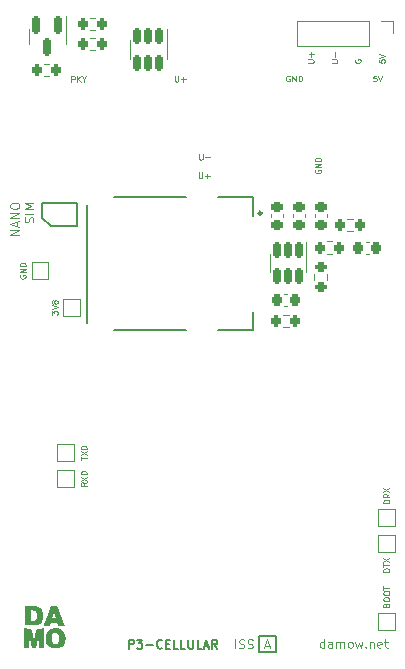
<source format=gbr>
%TF.GenerationSoftware,KiCad,Pcbnew,(6.0.2-0)*%
%TF.CreationDate,2022-10-29T16:02:38+01:00*%
%TF.ProjectId,p3-cellular-module,70332d63-656c-46c7-956c-61722d6d6f64,rev?*%
%TF.SameCoordinates,Original*%
%TF.FileFunction,Legend,Top*%
%TF.FilePolarity,Positive*%
%FSLAX46Y46*%
G04 Gerber Fmt 4.6, Leading zero omitted, Abs format (unit mm)*
G04 Created by KiCad (PCBNEW (6.0.2-0)) date 2022-10-29 16:02:38*
%MOMM*%
%LPD*%
G01*
G04 APERTURE LIST*
G04 Aperture macros list*
%AMRoundRect*
0 Rectangle with rounded corners*
0 $1 Rounding radius*
0 $2 $3 $4 $5 $6 $7 $8 $9 X,Y pos of 4 corners*
0 Add a 4 corners polygon primitive as box body*
4,1,4,$2,$3,$4,$5,$6,$7,$8,$9,$2,$3,0*
0 Add four circle primitives for the rounded corners*
1,1,$1+$1,$2,$3*
1,1,$1+$1,$4,$5*
1,1,$1+$1,$6,$7*
1,1,$1+$1,$8,$9*
0 Add four rect primitives between the rounded corners*
20,1,$1+$1,$2,$3,$4,$5,0*
20,1,$1+$1,$4,$5,$6,$7,0*
20,1,$1+$1,$6,$7,$8,$9,0*
20,1,$1+$1,$8,$9,$2,$3,0*%
G04 Aperture macros list end*
%ADD10C,0.150000*%
%ADD11C,0.125000*%
%ADD12C,0.120000*%
%ADD13C,0.187500*%
%ADD14C,0.200000*%
%ADD15C,0.240000*%
%ADD16C,0.000000*%
%ADD17RoundRect,0.200000X0.200000X0.275000X-0.200000X0.275000X-0.200000X-0.275000X0.200000X-0.275000X0*%
%ADD18RoundRect,0.200000X-0.275000X0.200000X-0.275000X-0.200000X0.275000X-0.200000X0.275000X0.200000X0*%
%ADD19R,1.200000X0.900000*%
%ADD20R,1.800000X1.300000*%
%ADD21C,3.800000*%
%ADD22R,1.000000X1.000000*%
%ADD23RoundRect,0.225000X0.250000X-0.225000X0.250000X0.225000X-0.250000X0.225000X-0.250000X-0.225000X0*%
%ADD24RoundRect,0.225000X-0.225000X-0.250000X0.225000X-0.250000X0.225000X0.250000X-0.225000X0.250000X0*%
%ADD25RoundRect,0.150000X-0.150000X0.512500X-0.150000X-0.512500X0.150000X-0.512500X0.150000X0.512500X0*%
%ADD26RoundRect,0.200000X-0.200000X-0.275000X0.200000X-0.275000X0.200000X0.275000X-0.200000X0.275000X0*%
%ADD27R,1.350000X1.350000*%
%ADD28O,1.350000X1.350000*%
%ADD29RoundRect,0.150000X-0.150000X0.587500X-0.150000X-0.587500X0.150000X-0.587500X0.150000X0.587500X0*%
G04 APERTURE END LIST*
D10*
X134200000Y-107750000D02*
X134200000Y-105850000D01*
X149625000Y-142450000D02*
X151025000Y-142450000D01*
X151025000Y-142450000D02*
X151025000Y-143850000D01*
X151025000Y-143850000D02*
X149625000Y-143850000D01*
X149625000Y-143850000D02*
X149625000Y-142450000D01*
X131975000Y-107750000D02*
X134200000Y-107750000D01*
X131200000Y-105850000D02*
X131200000Y-107025000D01*
X134200000Y-105850000D02*
X131200000Y-105850000D01*
X131975000Y-107750000D02*
X131225000Y-107050000D01*
D11*
X157725000Y-93675297D02*
X157701190Y-93722916D01*
X157701190Y-93794345D01*
X157725000Y-93865773D01*
X157772619Y-93913392D01*
X157820238Y-93937202D01*
X157915476Y-93961011D01*
X157986904Y-93961011D01*
X158082142Y-93937202D01*
X158129761Y-93913392D01*
X158177380Y-93865773D01*
X158201190Y-93794345D01*
X158201190Y-93746726D01*
X158177380Y-93675297D01*
X158153571Y-93651488D01*
X157986904Y-93651488D01*
X157986904Y-93746726D01*
X154350000Y-103024107D02*
X154326190Y-103071726D01*
X154326190Y-103143154D01*
X154350000Y-103214583D01*
X154397619Y-103262202D01*
X154445238Y-103286011D01*
X154540476Y-103309821D01*
X154611904Y-103309821D01*
X154707142Y-103286011D01*
X154754761Y-103262202D01*
X154802380Y-103214583D01*
X154826190Y-103143154D01*
X154826190Y-103095535D01*
X154802380Y-103024107D01*
X154778571Y-103000297D01*
X154611904Y-103000297D01*
X154611904Y-103095535D01*
X154826190Y-102786011D02*
X154326190Y-102786011D01*
X154826190Y-102500297D01*
X154326190Y-102500297D01*
X154826190Y-102262202D02*
X154326190Y-102262202D01*
X154326190Y-102143154D01*
X154350000Y-102071726D01*
X154397619Y-102024107D01*
X154445238Y-102000297D01*
X154540476Y-101976488D01*
X154611904Y-101976488D01*
X154707142Y-102000297D01*
X154754761Y-102024107D01*
X154802380Y-102071726D01*
X154826190Y-102143154D01*
X154826190Y-102262202D01*
X152175892Y-95050000D02*
X152128273Y-95026190D01*
X152056845Y-95026190D01*
X151985416Y-95050000D01*
X151937797Y-95097619D01*
X151913988Y-95145238D01*
X151890178Y-95240476D01*
X151890178Y-95311904D01*
X151913988Y-95407142D01*
X151937797Y-95454761D01*
X151985416Y-95502380D01*
X152056845Y-95526190D01*
X152104464Y-95526190D01*
X152175892Y-95502380D01*
X152199702Y-95478571D01*
X152199702Y-95311904D01*
X152104464Y-95311904D01*
X152413988Y-95526190D02*
X152413988Y-95026190D01*
X152699702Y-95526190D01*
X152699702Y-95026190D01*
X152937797Y-95526190D02*
X152937797Y-95026190D01*
X153056845Y-95026190D01*
X153128273Y-95050000D01*
X153175892Y-95097619D01*
X153199702Y-95145238D01*
X153223511Y-95240476D01*
X153223511Y-95311904D01*
X153199702Y-95407142D01*
X153175892Y-95454761D01*
X153128273Y-95502380D01*
X153056845Y-95526190D01*
X152937797Y-95526190D01*
D12*
X129285535Y-108499428D02*
X128535535Y-108499428D01*
X129285535Y-108070857D01*
X128535535Y-108070857D01*
X129071250Y-107749428D02*
X129071250Y-107392285D01*
X129285535Y-107820857D02*
X128535535Y-107570857D01*
X129285535Y-107320857D01*
X129285535Y-107070857D02*
X128535535Y-107070857D01*
X129285535Y-106642285D01*
X128535535Y-106642285D01*
X128535535Y-106142285D02*
X128535535Y-105999428D01*
X128571250Y-105928000D01*
X128642678Y-105856571D01*
X128785535Y-105820857D01*
X129035535Y-105820857D01*
X129178392Y-105856571D01*
X129249821Y-105928000D01*
X129285535Y-105999428D01*
X129285535Y-106142285D01*
X129249821Y-106213714D01*
X129178392Y-106285142D01*
X129035535Y-106320857D01*
X128785535Y-106320857D01*
X128642678Y-106285142D01*
X128571250Y-106213714D01*
X128535535Y-106142285D01*
X130457321Y-107463714D02*
X130493035Y-107356571D01*
X130493035Y-107178000D01*
X130457321Y-107106571D01*
X130421607Y-107070857D01*
X130350178Y-107035142D01*
X130278750Y-107035142D01*
X130207321Y-107070857D01*
X130171607Y-107106571D01*
X130135892Y-107178000D01*
X130100178Y-107320857D01*
X130064464Y-107392285D01*
X130028750Y-107428000D01*
X129957321Y-107463714D01*
X129885892Y-107463714D01*
X129814464Y-107428000D01*
X129778750Y-107392285D01*
X129743035Y-107320857D01*
X129743035Y-107142285D01*
X129778750Y-107035142D01*
X130493035Y-106713714D02*
X129743035Y-106713714D01*
X130493035Y-106356571D02*
X129743035Y-106356571D01*
X130278750Y-106106571D01*
X129743035Y-105856571D01*
X130493035Y-105856571D01*
X155110714Y-143464285D02*
X155110714Y-142714285D01*
X155110714Y-143428571D02*
X155039285Y-143464285D01*
X154896428Y-143464285D01*
X154825000Y-143428571D01*
X154789285Y-143392857D01*
X154753571Y-143321428D01*
X154753571Y-143107142D01*
X154789285Y-143035714D01*
X154825000Y-143000000D01*
X154896428Y-142964285D01*
X155039285Y-142964285D01*
X155110714Y-143000000D01*
X155789285Y-143464285D02*
X155789285Y-143071428D01*
X155753571Y-143000000D01*
X155682142Y-142964285D01*
X155539285Y-142964285D01*
X155467857Y-143000000D01*
X155789285Y-143428571D02*
X155717857Y-143464285D01*
X155539285Y-143464285D01*
X155467857Y-143428571D01*
X155432142Y-143357142D01*
X155432142Y-143285714D01*
X155467857Y-143214285D01*
X155539285Y-143178571D01*
X155717857Y-143178571D01*
X155789285Y-143142857D01*
X156146428Y-143464285D02*
X156146428Y-142964285D01*
X156146428Y-143035714D02*
X156182142Y-143000000D01*
X156253571Y-142964285D01*
X156360714Y-142964285D01*
X156432142Y-143000000D01*
X156467857Y-143071428D01*
X156467857Y-143464285D01*
X156467857Y-143071428D02*
X156503571Y-143000000D01*
X156575000Y-142964285D01*
X156682142Y-142964285D01*
X156753571Y-143000000D01*
X156789285Y-143071428D01*
X156789285Y-143464285D01*
X157253571Y-143464285D02*
X157182142Y-143428571D01*
X157146428Y-143392857D01*
X157110714Y-143321428D01*
X157110714Y-143107142D01*
X157146428Y-143035714D01*
X157182142Y-143000000D01*
X157253571Y-142964285D01*
X157360714Y-142964285D01*
X157432142Y-143000000D01*
X157467857Y-143035714D01*
X157503571Y-143107142D01*
X157503571Y-143321428D01*
X157467857Y-143392857D01*
X157432142Y-143428571D01*
X157360714Y-143464285D01*
X157253571Y-143464285D01*
X157753571Y-142964285D02*
X157896428Y-143464285D01*
X158039285Y-143107142D01*
X158182142Y-143464285D01*
X158325000Y-142964285D01*
X158610714Y-143392857D02*
X158646428Y-143428571D01*
X158610714Y-143464285D01*
X158575000Y-143428571D01*
X158610714Y-143392857D01*
X158610714Y-143464285D01*
X158967857Y-142964285D02*
X158967857Y-143464285D01*
X158967857Y-143035714D02*
X159003571Y-143000000D01*
X159075000Y-142964285D01*
X159182142Y-142964285D01*
X159253571Y-143000000D01*
X159289285Y-143071428D01*
X159289285Y-143464285D01*
X159932142Y-143428571D02*
X159860714Y-143464285D01*
X159717857Y-143464285D01*
X159646428Y-143428571D01*
X159610714Y-143357142D01*
X159610714Y-143071428D01*
X159646428Y-143000000D01*
X159717857Y-142964285D01*
X159860714Y-142964285D01*
X159932142Y-143000000D01*
X159967857Y-143071428D01*
X159967857Y-143142857D01*
X159610714Y-143214285D01*
X160182142Y-142964285D02*
X160467857Y-142964285D01*
X160289285Y-142714285D02*
X160289285Y-143357142D01*
X160325000Y-143428571D01*
X160396428Y-143464285D01*
X160467857Y-143464285D01*
D11*
X144519940Y-101651190D02*
X144519940Y-102055952D01*
X144543750Y-102103571D01*
X144567559Y-102127380D01*
X144615178Y-102151190D01*
X144710416Y-102151190D01*
X144758035Y-102127380D01*
X144781845Y-102103571D01*
X144805654Y-102055952D01*
X144805654Y-101651190D01*
X145043750Y-101960714D02*
X145424702Y-101960714D01*
X133709226Y-95576190D02*
X133709226Y-95076190D01*
X133899702Y-95076190D01*
X133947321Y-95100000D01*
X133971130Y-95123809D01*
X133994940Y-95171428D01*
X133994940Y-95242857D01*
X133971130Y-95290476D01*
X133947321Y-95314285D01*
X133899702Y-95338095D01*
X133709226Y-95338095D01*
X134209226Y-95576190D02*
X134209226Y-95076190D01*
X134494940Y-95576190D02*
X134280654Y-95290476D01*
X134494940Y-95076190D02*
X134209226Y-95361904D01*
X134804464Y-95338095D02*
X134804464Y-95576190D01*
X134637797Y-95076190D02*
X134804464Y-95338095D01*
X134971130Y-95076190D01*
X153701190Y-93955059D02*
X154105952Y-93955059D01*
X154153571Y-93931250D01*
X154177380Y-93907440D01*
X154201190Y-93859821D01*
X154201190Y-93764583D01*
X154177380Y-93716964D01*
X154153571Y-93693154D01*
X154105952Y-93669345D01*
X153701190Y-93669345D01*
X154010714Y-93431250D02*
X154010714Y-93050297D01*
X154201190Y-93240773D02*
X153820238Y-93240773D01*
X144494940Y-103226190D02*
X144494940Y-103630952D01*
X144518750Y-103678571D01*
X144542559Y-103702380D01*
X144590178Y-103726190D01*
X144685416Y-103726190D01*
X144733035Y-103702380D01*
X144756845Y-103678571D01*
X144780654Y-103630952D01*
X144780654Y-103226190D01*
X145018750Y-103535714D02*
X145399702Y-103535714D01*
X145209226Y-103726190D02*
X145209226Y-103345238D01*
D13*
X138567857Y-143539285D02*
X138567857Y-142789285D01*
X138853571Y-142789285D01*
X138925000Y-142825000D01*
X138960714Y-142860714D01*
X138996428Y-142932142D01*
X138996428Y-143039285D01*
X138960714Y-143110714D01*
X138925000Y-143146428D01*
X138853571Y-143182142D01*
X138567857Y-143182142D01*
X139246428Y-142789285D02*
X139710714Y-142789285D01*
X139460714Y-143075000D01*
X139567857Y-143075000D01*
X139639285Y-143110714D01*
X139675000Y-143146428D01*
X139710714Y-143217857D01*
X139710714Y-143396428D01*
X139675000Y-143467857D01*
X139639285Y-143503571D01*
X139567857Y-143539285D01*
X139353571Y-143539285D01*
X139282142Y-143503571D01*
X139246428Y-143467857D01*
X140032142Y-143253571D02*
X140603571Y-143253571D01*
X141389285Y-143467857D02*
X141353571Y-143503571D01*
X141246428Y-143539285D01*
X141175000Y-143539285D01*
X141067857Y-143503571D01*
X140996428Y-143432142D01*
X140960714Y-143360714D01*
X140925000Y-143217857D01*
X140925000Y-143110714D01*
X140960714Y-142967857D01*
X140996428Y-142896428D01*
X141067857Y-142825000D01*
X141175000Y-142789285D01*
X141246428Y-142789285D01*
X141353571Y-142825000D01*
X141389285Y-142860714D01*
X141710714Y-143146428D02*
X141960714Y-143146428D01*
X142067857Y-143539285D02*
X141710714Y-143539285D01*
X141710714Y-142789285D01*
X142067857Y-142789285D01*
X142746428Y-143539285D02*
X142389285Y-143539285D01*
X142389285Y-142789285D01*
X143353571Y-143539285D02*
X142996428Y-143539285D01*
X142996428Y-142789285D01*
X143603571Y-142789285D02*
X143603571Y-143396428D01*
X143639285Y-143467857D01*
X143675000Y-143503571D01*
X143746428Y-143539285D01*
X143889285Y-143539285D01*
X143960714Y-143503571D01*
X143996428Y-143467857D01*
X144032142Y-143396428D01*
X144032142Y-142789285D01*
X144746428Y-143539285D02*
X144389285Y-143539285D01*
X144389285Y-142789285D01*
X144960714Y-143325000D02*
X145317857Y-143325000D01*
X144889285Y-143539285D02*
X145139285Y-142789285D01*
X145389285Y-143539285D01*
X146067857Y-143539285D02*
X145817857Y-143182142D01*
X145639285Y-143539285D02*
X145639285Y-142789285D01*
X145925000Y-142789285D01*
X145996428Y-142825000D01*
X146032142Y-142860714D01*
X146067857Y-142932142D01*
X146067857Y-143039285D01*
X146032142Y-143110714D01*
X145996428Y-143146428D01*
X145925000Y-143182142D01*
X145639285Y-143182142D01*
D11*
X159726190Y-93678869D02*
X159726190Y-93916964D01*
X159964285Y-93940773D01*
X159940476Y-93916964D01*
X159916666Y-93869345D01*
X159916666Y-93750297D01*
X159940476Y-93702678D01*
X159964285Y-93678869D01*
X160011904Y-93655059D01*
X160130952Y-93655059D01*
X160178571Y-93678869D01*
X160202380Y-93702678D01*
X160226190Y-93750297D01*
X160226190Y-93869345D01*
X160202380Y-93916964D01*
X160178571Y-93940773D01*
X159726190Y-93512202D02*
X160226190Y-93345535D01*
X159726190Y-93178869D01*
X159521130Y-95026190D02*
X159283035Y-95026190D01*
X159259226Y-95264285D01*
X159283035Y-95240476D01*
X159330654Y-95216666D01*
X159449702Y-95216666D01*
X159497321Y-95240476D01*
X159521130Y-95264285D01*
X159544940Y-95311904D01*
X159544940Y-95430952D01*
X159521130Y-95478571D01*
X159497321Y-95502380D01*
X159449702Y-95526190D01*
X159330654Y-95526190D01*
X159283035Y-95502380D01*
X159259226Y-95478571D01*
X159687797Y-95026190D02*
X159854464Y-95526190D01*
X160021130Y-95026190D01*
D12*
X150121428Y-143300000D02*
X150478571Y-143300000D01*
X150050000Y-143514285D02*
X150300000Y-142764285D01*
X150550000Y-143514285D01*
X147585714Y-143514285D02*
X147585714Y-142764285D01*
X147907142Y-143478571D02*
X148014285Y-143514285D01*
X148192857Y-143514285D01*
X148264285Y-143478571D01*
X148300000Y-143442857D01*
X148335714Y-143371428D01*
X148335714Y-143300000D01*
X148300000Y-143228571D01*
X148264285Y-143192857D01*
X148192857Y-143157142D01*
X148050000Y-143121428D01*
X147978571Y-143085714D01*
X147942857Y-143050000D01*
X147907142Y-142978571D01*
X147907142Y-142907142D01*
X147942857Y-142835714D01*
X147978571Y-142800000D01*
X148050000Y-142764285D01*
X148228571Y-142764285D01*
X148335714Y-142800000D01*
X148621428Y-143478571D02*
X148728571Y-143514285D01*
X148907142Y-143514285D01*
X148978571Y-143478571D01*
X149014285Y-143442857D01*
X149050000Y-143371428D01*
X149050000Y-143300000D01*
X149014285Y-143228571D01*
X148978571Y-143192857D01*
X148907142Y-143157142D01*
X148764285Y-143121428D01*
X148692857Y-143085714D01*
X148657142Y-143050000D01*
X148621428Y-142978571D01*
X148621428Y-142907142D01*
X148657142Y-142835714D01*
X148692857Y-142800000D01*
X148764285Y-142764285D01*
X148942857Y-142764285D01*
X149050000Y-142800000D01*
D11*
X142469940Y-95051190D02*
X142469940Y-95455952D01*
X142493750Y-95503571D01*
X142517559Y-95527380D01*
X142565178Y-95551190D01*
X142660416Y-95551190D01*
X142708035Y-95527380D01*
X142731845Y-95503571D01*
X142755654Y-95455952D01*
X142755654Y-95051190D01*
X142993750Y-95360714D02*
X143374702Y-95360714D01*
X143184226Y-95551190D02*
X143184226Y-95170238D01*
X155726190Y-93955059D02*
X156130952Y-93955059D01*
X156178571Y-93931250D01*
X156202380Y-93907440D01*
X156226190Y-93859821D01*
X156226190Y-93764583D01*
X156202380Y-93716964D01*
X156178571Y-93693154D01*
X156130952Y-93669345D01*
X155726190Y-93669345D01*
X156035714Y-93431250D02*
X156035714Y-93050297D01*
%TO.C,TP8*%
X135001190Y-129483333D02*
X134763095Y-129650000D01*
X135001190Y-129769047D02*
X134501190Y-129769047D01*
X134501190Y-129578571D01*
X134525000Y-129530952D01*
X134548809Y-129507142D01*
X134596428Y-129483333D01*
X134667857Y-129483333D01*
X134715476Y-129507142D01*
X134739285Y-129530952D01*
X134763095Y-129578571D01*
X134763095Y-129769047D01*
X134501190Y-129316666D02*
X135001190Y-128983333D01*
X134501190Y-128983333D02*
X135001190Y-129316666D01*
X135001190Y-128792857D02*
X134501190Y-128792857D01*
X134501190Y-128673809D01*
X134525000Y-128602380D01*
X134572619Y-128554761D01*
X134620238Y-128530952D01*
X134715476Y-128507142D01*
X134786904Y-128507142D01*
X134882142Y-128530952D01*
X134929761Y-128554761D01*
X134977380Y-128602380D01*
X135001190Y-128673809D01*
X135001190Y-128792857D01*
%TO.C,TP10*%
X160626190Y-137034523D02*
X160126190Y-137034523D01*
X160126190Y-136915476D01*
X160150000Y-136844047D01*
X160197619Y-136796428D01*
X160245238Y-136772619D01*
X160340476Y-136748809D01*
X160411904Y-136748809D01*
X160507142Y-136772619D01*
X160554761Y-136796428D01*
X160602380Y-136844047D01*
X160626190Y-136915476D01*
X160626190Y-137034523D01*
X160126190Y-136605952D02*
X160126190Y-136320238D01*
X160626190Y-136463095D02*
X160126190Y-136463095D01*
X160126190Y-136201190D02*
X160626190Y-135867857D01*
X160126190Y-135867857D02*
X160626190Y-136201190D01*
%TO.C,TP9*%
X160626190Y-131219047D02*
X160126190Y-131219047D01*
X160126190Y-131100000D01*
X160150000Y-131028571D01*
X160197619Y-130980952D01*
X160245238Y-130957142D01*
X160340476Y-130933333D01*
X160411904Y-130933333D01*
X160507142Y-130957142D01*
X160554761Y-130980952D01*
X160602380Y-131028571D01*
X160626190Y-131100000D01*
X160626190Y-131219047D01*
X160626190Y-130433333D02*
X160388095Y-130600000D01*
X160626190Y-130719047D02*
X160126190Y-130719047D01*
X160126190Y-130528571D01*
X160150000Y-130480952D01*
X160173809Y-130457142D01*
X160221428Y-130433333D01*
X160292857Y-130433333D01*
X160340476Y-130457142D01*
X160364285Y-130480952D01*
X160388095Y-130528571D01*
X160388095Y-130719047D01*
X160126190Y-130266666D02*
X160626190Y-129933333D01*
X160126190Y-129933333D02*
X160626190Y-130266666D01*
%TO.C,TP2*%
X132026190Y-115269047D02*
X132026190Y-114959523D01*
X132216666Y-115126190D01*
X132216666Y-115054761D01*
X132240476Y-115007142D01*
X132264285Y-114983333D01*
X132311904Y-114959523D01*
X132430952Y-114959523D01*
X132478571Y-114983333D01*
X132502380Y-115007142D01*
X132526190Y-115054761D01*
X132526190Y-115197619D01*
X132502380Y-115245238D01*
X132478571Y-115269047D01*
X132026190Y-114816666D02*
X132526190Y-114650000D01*
X132026190Y-114483333D01*
X132240476Y-114245238D02*
X132216666Y-114292857D01*
X132192857Y-114316666D01*
X132145238Y-114340476D01*
X132121428Y-114340476D01*
X132073809Y-114316666D01*
X132050000Y-114292857D01*
X132026190Y-114245238D01*
X132026190Y-114150000D01*
X132050000Y-114102380D01*
X132073809Y-114078571D01*
X132121428Y-114054761D01*
X132145238Y-114054761D01*
X132192857Y-114078571D01*
X132216666Y-114102380D01*
X132240476Y-114150000D01*
X132240476Y-114245238D01*
X132264285Y-114292857D01*
X132288095Y-114316666D01*
X132335714Y-114340476D01*
X132430952Y-114340476D01*
X132478571Y-114316666D01*
X132502380Y-114292857D01*
X132526190Y-114245238D01*
X132526190Y-114150000D01*
X132502380Y-114102380D01*
X132478571Y-114078571D01*
X132430952Y-114054761D01*
X132335714Y-114054761D01*
X132288095Y-114078571D01*
X132264285Y-114102380D01*
X132240476Y-114150000D01*
%TO.C,TP7*%
X134501190Y-127580952D02*
X134501190Y-127295238D01*
X135001190Y-127438095D02*
X134501190Y-127438095D01*
X134501190Y-127176190D02*
X135001190Y-126842857D01*
X134501190Y-126842857D02*
X135001190Y-127176190D01*
X135001190Y-126652380D02*
X134501190Y-126652380D01*
X134501190Y-126533333D01*
X134525000Y-126461904D01*
X134572619Y-126414285D01*
X134620238Y-126390476D01*
X134715476Y-126366666D01*
X134786904Y-126366666D01*
X134882142Y-126390476D01*
X134929761Y-126414285D01*
X134977380Y-126461904D01*
X135001190Y-126533333D01*
X135001190Y-126652380D01*
%TO.C,TP1*%
X160364285Y-139853571D02*
X160388095Y-139782142D01*
X160411904Y-139758333D01*
X160459523Y-139734523D01*
X160530952Y-139734523D01*
X160578571Y-139758333D01*
X160602380Y-139782142D01*
X160626190Y-139829761D01*
X160626190Y-140020238D01*
X160126190Y-140020238D01*
X160126190Y-139853571D01*
X160150000Y-139805952D01*
X160173809Y-139782142D01*
X160221428Y-139758333D01*
X160269047Y-139758333D01*
X160316666Y-139782142D01*
X160340476Y-139805952D01*
X160364285Y-139853571D01*
X160364285Y-140020238D01*
X160126190Y-139425000D02*
X160126190Y-139329761D01*
X160150000Y-139282142D01*
X160197619Y-139234523D01*
X160292857Y-139210714D01*
X160459523Y-139210714D01*
X160554761Y-139234523D01*
X160602380Y-139282142D01*
X160626190Y-139329761D01*
X160626190Y-139425000D01*
X160602380Y-139472619D01*
X160554761Y-139520238D01*
X160459523Y-139544047D01*
X160292857Y-139544047D01*
X160197619Y-139520238D01*
X160150000Y-139472619D01*
X160126190Y-139425000D01*
X160126190Y-138901190D02*
X160126190Y-138805952D01*
X160150000Y-138758333D01*
X160197619Y-138710714D01*
X160292857Y-138686904D01*
X160459523Y-138686904D01*
X160554761Y-138710714D01*
X160602380Y-138758333D01*
X160626190Y-138805952D01*
X160626190Y-138901190D01*
X160602380Y-138948809D01*
X160554761Y-138996428D01*
X160459523Y-139020238D01*
X160292857Y-139020238D01*
X160197619Y-138996428D01*
X160150000Y-138948809D01*
X160126190Y-138901190D01*
X160126190Y-138544047D02*
X160126190Y-138258333D01*
X160626190Y-138401190D02*
X160126190Y-138401190D01*
%TO.C,TP3*%
X129350000Y-111930952D02*
X129326190Y-111978571D01*
X129326190Y-112050000D01*
X129350000Y-112121428D01*
X129397619Y-112169047D01*
X129445238Y-112192857D01*
X129540476Y-112216666D01*
X129611904Y-112216666D01*
X129707142Y-112192857D01*
X129754761Y-112169047D01*
X129802380Y-112121428D01*
X129826190Y-112050000D01*
X129826190Y-112002380D01*
X129802380Y-111930952D01*
X129778571Y-111907142D01*
X129611904Y-111907142D01*
X129611904Y-112002380D01*
X129826190Y-111692857D02*
X129326190Y-111692857D01*
X129826190Y-111407142D01*
X129326190Y-111407142D01*
X129826190Y-111169047D02*
X129326190Y-111169047D01*
X129326190Y-111050000D01*
X129350000Y-110978571D01*
X129397619Y-110930952D01*
X129445238Y-110907142D01*
X129540476Y-110883333D01*
X129611904Y-110883333D01*
X129707142Y-110907142D01*
X129754761Y-110930952D01*
X129802380Y-110978571D01*
X129826190Y-111050000D01*
X129826190Y-111169047D01*
D12*
%TO.C,R7*%
X135737258Y-92872500D02*
X135262742Y-92872500D01*
X135737258Y-91827500D02*
X135262742Y-91827500D01*
%TO.C,R10*%
X154277500Y-111862742D02*
X154277500Y-112337258D01*
X155322500Y-111862742D02*
X155322500Y-112337258D01*
D14*
%TO.C,J2*%
X146109000Y-105350000D02*
X149045000Y-105350000D01*
X149045000Y-116550000D02*
X146109000Y-116550000D01*
X135045000Y-105950000D02*
X135045000Y-115950000D01*
X149045000Y-105350000D02*
X149045000Y-106886000D01*
X143442000Y-105350000D02*
X137346000Y-105350000D01*
X137346000Y-116550000D02*
X143442000Y-116550000D01*
X149045000Y-115014000D02*
X149045000Y-116550000D01*
D15*
X149810000Y-106683000D02*
G75*
G03*
X149810000Y-106683000I-120000J0D01*
G01*
D12*
%TO.C,TP8*%
X133925000Y-128450000D02*
X133925000Y-129850000D01*
X133925000Y-129850000D02*
X132525000Y-129850000D01*
X132525000Y-128450000D02*
X133925000Y-128450000D01*
X132525000Y-129850000D02*
X132525000Y-128450000D01*
%TO.C,C13*%
X151610000Y-107040580D02*
X151610000Y-106759420D01*
X150590000Y-107040580D02*
X150590000Y-106759420D01*
%TO.C,TP10*%
X161100000Y-133950000D02*
X161100000Y-135350000D01*
X159700000Y-133950000D02*
X161100000Y-133950000D01*
X161100000Y-135350000D02*
X159700000Y-135350000D01*
X159700000Y-135350000D02*
X159700000Y-133950000D01*
%TO.C,TP9*%
X159700000Y-131750000D02*
X161100000Y-131750000D01*
X159700000Y-133150000D02*
X159700000Y-131750000D01*
X161100000Y-133150000D02*
X159700000Y-133150000D01*
X161100000Y-131750000D02*
X161100000Y-133150000D01*
%TO.C,C16*%
X151709420Y-113490000D02*
X151990580Y-113490000D01*
X151709420Y-114510000D02*
X151990580Y-114510000D01*
%TO.C,TP2*%
X134400000Y-115350000D02*
X133000000Y-115350000D01*
X133000000Y-115350000D02*
X133000000Y-113950000D01*
X134400000Y-113950000D02*
X134400000Y-115350000D01*
X133000000Y-113950000D02*
X134400000Y-113950000D01*
%TO.C,C18*%
X158609420Y-109090000D02*
X158890580Y-109090000D01*
X158609420Y-110110000D02*
X158890580Y-110110000D01*
%TO.C,TP7*%
X132525000Y-127650000D02*
X132525000Y-126250000D01*
X133925000Y-127650000D02*
X132525000Y-127650000D01*
X133925000Y-126250000D02*
X133925000Y-127650000D01*
X132525000Y-126250000D02*
X133925000Y-126250000D01*
%TO.C,U3*%
X138640000Y-92850000D02*
X138640000Y-93650000D01*
X141760000Y-92850000D02*
X141760000Y-93650000D01*
X138640000Y-92850000D02*
X138640000Y-92050000D01*
X141760000Y-92850000D02*
X141760000Y-91050000D01*
%TO.C,R9*%
X151612742Y-115277500D02*
X152087258Y-115277500D01*
X151612742Y-116322500D02*
X152087258Y-116322500D01*
%TO.C,R8*%
X157062742Y-107177500D02*
X157537258Y-107177500D01*
X157062742Y-108222500D02*
X157537258Y-108222500D01*
%TO.C,R12*%
X155312742Y-109077500D02*
X155787258Y-109077500D01*
X155312742Y-110122500D02*
X155787258Y-110122500D01*
%TO.C,J4*%
X160942000Y-90390000D02*
X160942000Y-91450000D01*
X158882000Y-90390000D02*
X158882000Y-92510000D01*
X152822000Y-90390000D02*
X152822000Y-92510000D01*
X158882000Y-90390000D02*
X152822000Y-90390000D01*
X159882000Y-90390000D02*
X160942000Y-90390000D01*
X158882000Y-92510000D02*
X152822000Y-92510000D01*
%TO.C,TP1*%
X159700000Y-140550000D02*
X161100000Y-140550000D01*
X161100000Y-140550000D02*
X161100000Y-141950000D01*
X161100000Y-141950000D02*
X159700000Y-141950000D01*
X159700000Y-141950000D02*
X159700000Y-140550000D01*
%TO.C,R6*%
X135737258Y-91172500D02*
X135262742Y-91172500D01*
X135737258Y-90127500D02*
X135262742Y-90127500D01*
%TO.C,R5*%
X131362742Y-95072500D02*
X131837258Y-95072500D01*
X131362742Y-94027500D02*
X131837258Y-94027500D01*
%TO.C,C15*%
X154290000Y-107040580D02*
X154290000Y-106759420D01*
X155310000Y-107040580D02*
X155310000Y-106759420D01*
%TO.C,G\u002A\u002A\u002A*%
G36*
X131691058Y-140696368D02*
G01*
X131693246Y-140690504D01*
X131963036Y-139967581D01*
X132241048Y-139967581D01*
X132341311Y-139967843D01*
X132414697Y-139968906D01*
X132465584Y-139971185D01*
X132498356Y-139975094D01*
X132517391Y-139981048D01*
X132527072Y-139989464D01*
X132529858Y-139994935D01*
X132537282Y-140014495D01*
X132554588Y-140060497D01*
X132580711Y-140130100D01*
X132614587Y-140220463D01*
X132655152Y-140328746D01*
X132701340Y-140452108D01*
X132752089Y-140587708D01*
X132806333Y-140732705D01*
X132827086Y-140788197D01*
X132882357Y-140935953D01*
X132934530Y-141075364D01*
X132982541Y-141203588D01*
X133025325Y-141317785D01*
X133061817Y-141415113D01*
X133090953Y-141492732D01*
X133111668Y-141547802D01*
X133122896Y-141577480D01*
X133124433Y-141581458D01*
X133126395Y-141591399D01*
X133120390Y-141598597D01*
X133102296Y-141603492D01*
X133067995Y-141606520D01*
X133013364Y-141608122D01*
X132934285Y-141608736D01*
X132867463Y-141608812D01*
X132762810Y-141608188D01*
X132686221Y-141606167D01*
X132634518Y-141602520D01*
X132604527Y-141597024D01*
X132593069Y-141589451D01*
X132593006Y-141589274D01*
X132585589Y-141565500D01*
X132572084Y-141520815D01*
X132555233Y-141464297D01*
X132552898Y-141456412D01*
X132519359Y-141343089D01*
X131949300Y-141343089D01*
X131873126Y-141600997D01*
X131611603Y-141605282D01*
X131350081Y-141609568D01*
X131386769Y-141511498D01*
X131399557Y-141477279D01*
X131422036Y-141417089D01*
X131452967Y-141334247D01*
X131491112Y-141232069D01*
X131535232Y-141113874D01*
X131584089Y-140982981D01*
X131589771Y-140967758D01*
X132069112Y-140967758D01*
X132084133Y-140974996D01*
X132126851Y-140980219D01*
X132193746Y-140983104D01*
X132242723Y-140983581D01*
X132321733Y-140982728D01*
X132373324Y-140979869D01*
X132401301Y-140974558D01*
X132409468Y-140966347D01*
X132408960Y-140964043D01*
X132402072Y-140943054D01*
X132387800Y-140897679D01*
X132367864Y-140833443D01*
X132343979Y-140755866D01*
X132327554Y-140702228D01*
X132301815Y-140618957D01*
X132278550Y-140545478D01*
X132259559Y-140487337D01*
X132246642Y-140450083D01*
X132242427Y-140439824D01*
X132235458Y-140448810D01*
X132221349Y-140482217D01*
X132201913Y-140534515D01*
X132178968Y-140600176D01*
X132154329Y-140673669D01*
X132129810Y-140749465D01*
X132107227Y-140822034D01*
X132088395Y-140885846D01*
X132075130Y-140935371D01*
X132069247Y-140965080D01*
X132069112Y-140967758D01*
X131589771Y-140967758D01*
X131636444Y-140842706D01*
X131691058Y-140696368D01*
G37*
G36*
X130212958Y-139936551D02*
G01*
X130380905Y-139937319D01*
X130521266Y-139939968D01*
X130637698Y-139945283D01*
X130733858Y-139954049D01*
X130813401Y-139967051D01*
X130879986Y-139985073D01*
X130937268Y-140008902D01*
X130988904Y-140039322D01*
X131038550Y-140077119D01*
X131089864Y-140123076D01*
X131092248Y-140125328D01*
X131173541Y-140218500D01*
X131235336Y-140327257D01*
X131279021Y-140455088D01*
X131305985Y-140605479D01*
X131312890Y-140679426D01*
X131314344Y-140861615D01*
X131291477Y-141025388D01*
X131244445Y-141170240D01*
X131173407Y-141295666D01*
X131092302Y-141388492D01*
X131040136Y-141434794D01*
X130988272Y-141472978D01*
X130933113Y-141503803D01*
X130871062Y-141528028D01*
X130798523Y-141546411D01*
X130711897Y-141559712D01*
X130607588Y-141568690D01*
X130481999Y-141574102D01*
X130331533Y-141576708D01*
X130197327Y-141577279D01*
X129740127Y-141577551D01*
X129740127Y-141202412D01*
X130271574Y-141202412D01*
X130371040Y-141202412D01*
X130441501Y-141199653D01*
X130514909Y-141192574D01*
X130554073Y-141186564D01*
X130631096Y-141162540D01*
X130690408Y-141121502D01*
X130733409Y-141060874D01*
X130761497Y-140978083D01*
X130776070Y-140870554D01*
X130778973Y-140772566D01*
X130775675Y-140659932D01*
X130765422Y-140572275D01*
X130746656Y-140503783D01*
X130717824Y-140448642D01*
X130680379Y-140404013D01*
X130618133Y-140358161D01*
X130537458Y-140328408D01*
X130434494Y-140313623D01*
X130364589Y-140311458D01*
X130271574Y-140311458D01*
X130271574Y-141202412D01*
X129740127Y-141202412D01*
X129740127Y-139936320D01*
X130212958Y-139936551D01*
G37*
G36*
X131381358Y-143484504D02*
G01*
X130990965Y-143484504D01*
X130986869Y-142897595D01*
X130982774Y-142310686D01*
X130859169Y-142846795D01*
X130829802Y-142973902D01*
X130802126Y-143093179D01*
X130777054Y-143200737D01*
X130755496Y-143292683D01*
X130738364Y-143365129D01*
X130726571Y-143414182D01*
X130721526Y-143434208D01*
X130707488Y-143485512D01*
X130533979Y-143481100D01*
X130360470Y-143476689D01*
X130091820Y-142312865D01*
X130087724Y-142898684D01*
X130083628Y-143484504D01*
X129693235Y-143484504D01*
X129693235Y-141842613D01*
X130310025Y-141851089D01*
X130419571Y-142323920D01*
X130446848Y-142440476D01*
X130472207Y-142546594D01*
X130494732Y-142638612D01*
X130513504Y-142712865D01*
X130527608Y-142765691D01*
X130536126Y-142793425D01*
X130537942Y-142796751D01*
X130543485Y-142782115D01*
X130555004Y-142740651D01*
X130571589Y-142676026D01*
X130592327Y-142591903D01*
X130616306Y-142491949D01*
X130642616Y-142379829D01*
X130655540Y-142323920D01*
X130764313Y-141851089D01*
X131072835Y-141846851D01*
X131381358Y-141842613D01*
X131381358Y-143484504D01*
G37*
G36*
X131526512Y-142501608D02*
G01*
X131552908Y-142361320D01*
X131598799Y-142238246D01*
X131665865Y-142127605D01*
X131734887Y-142045882D01*
X131788006Y-141995541D01*
X131846062Y-141948688D01*
X131896029Y-141915744D01*
X132020981Y-141863155D01*
X132163699Y-141829112D01*
X132316669Y-141813774D01*
X132472376Y-141817296D01*
X132623304Y-141839839D01*
X132761939Y-141881558D01*
X132797756Y-141896801D01*
X132884265Y-141948385D01*
X132970903Y-142020785D01*
X133048463Y-142104979D01*
X133107738Y-142191948D01*
X133116851Y-142209413D01*
X133165428Y-142330704D01*
X133195013Y-142460992D01*
X133206765Y-142606968D01*
X133205163Y-142718597D01*
X133191739Y-142870601D01*
X133165063Y-142998855D01*
X133122965Y-143108840D01*
X133063273Y-143206036D01*
X132983817Y-143295926D01*
X132971999Y-143307289D01*
X132869666Y-143389523D01*
X132757960Y-143449670D01*
X132632307Y-143489267D01*
X132488137Y-143509850D01*
X132358281Y-143513681D01*
X132288254Y-143512388D01*
X132227456Y-143510169D01*
X132184387Y-143507390D01*
X132170712Y-143505629D01*
X132025988Y-143467365D01*
X131905851Y-143417010D01*
X131805127Y-143352037D01*
X131744429Y-143297554D01*
X131653825Y-143187417D01*
X131587139Y-143064110D01*
X131543291Y-142924611D01*
X131521202Y-142765902D01*
X131518269Y-142674334D01*
X132029184Y-142674334D01*
X132033293Y-142773748D01*
X132044359Y-142861439D01*
X132057907Y-142915163D01*
X132104205Y-143005307D01*
X132170701Y-143073743D01*
X132253234Y-143118355D01*
X132347644Y-143137032D01*
X132449771Y-143127657D01*
X132467344Y-143123193D01*
X132541840Y-143087125D01*
X132605958Y-143026106D01*
X132654304Y-142946050D01*
X132671124Y-142899881D01*
X132685814Y-142824860D01*
X132693189Y-142732930D01*
X132693574Y-142633337D01*
X132687293Y-142535326D01*
X132674670Y-142448141D01*
X132656031Y-142381028D01*
X132652628Y-142373024D01*
X132600271Y-142293519D01*
X132526023Y-142235911D01*
X132431342Y-142201319D01*
X132426575Y-142200311D01*
X132326745Y-142194375D01*
X132235050Y-142216996D01*
X132155812Y-142265701D01*
X132093352Y-142338018D01*
X132058488Y-142410866D01*
X132041794Y-142482382D01*
X132032022Y-142573709D01*
X132029184Y-142674334D01*
X131518269Y-142674334D01*
X131517934Y-142663889D01*
X131526512Y-142501608D01*
G37*
%TO.C,Q1*%
X133210000Y-91700000D02*
X133210000Y-92350000D01*
X130090000Y-91700000D02*
X130090000Y-92350000D01*
X133210000Y-91700000D02*
X133210000Y-90025000D01*
X130090000Y-91700000D02*
X130090000Y-91050000D01*
%TO.C,TP3*%
X130350000Y-112250000D02*
X130350000Y-110850000D01*
X131750000Y-110850000D02*
X131750000Y-112250000D01*
X131750000Y-112250000D02*
X130350000Y-112250000D01*
X130350000Y-110850000D02*
X131750000Y-110850000D01*
%TO.C,C4*%
X153510000Y-107040580D02*
X153510000Y-106759420D01*
X152490000Y-107040580D02*
X152490000Y-106759420D01*
%TO.C,D4*%
X150485000Y-110900000D02*
X150485000Y-111700000D01*
X150485000Y-110900000D02*
X150485000Y-110100000D01*
X153605000Y-110900000D02*
X153605000Y-109100000D01*
X153605000Y-110900000D02*
X153605000Y-111700000D01*
%TD*%
%LPC*%
G36*
X141100000Y-96050000D02*
G01*
X124800000Y-96050000D01*
X124800000Y-98700000D01*
X141100000Y-98700000D01*
X141100000Y-96050000D01*
G37*
G36*
X141100000Y-101300000D02*
G01*
X136500000Y-101300000D01*
X136500000Y-103900000D01*
X141100000Y-103900000D01*
X141100000Y-101300000D01*
G37*
G36*
X153700000Y-101300000D02*
G01*
X146500000Y-101300000D01*
X146500000Y-103900000D01*
X153700000Y-103900000D01*
X153700000Y-101300000D01*
G37*
G36*
X166000000Y-109500000D02*
G01*
X164100000Y-109500000D01*
X164100000Y-100800000D01*
X166000000Y-100800000D01*
X166000000Y-109500000D01*
G37*
D16*
G36*
X143700000Y-102600000D02*
G01*
X142700000Y-102600000D01*
X142700000Y-103900000D01*
X141900000Y-103900000D01*
X141900000Y-101300000D01*
X143700000Y-101300000D01*
X143700000Y-102600000D01*
G37*
G36*
X163600000Y-101300000D02*
G01*
X156400000Y-101300000D01*
X156400000Y-103900000D01*
X163600000Y-103900000D01*
X163600000Y-101300000D01*
G37*
G36*
X133700000Y-101325000D02*
G01*
X126500000Y-101325000D01*
X126500000Y-103900000D01*
X133700000Y-103900000D01*
X133700000Y-101325000D01*
G37*
G36*
X126000000Y-109625000D02*
G01*
X124000000Y-109625000D01*
X124000000Y-100425000D01*
X126000000Y-100425000D01*
X126000000Y-109625000D01*
G37*
G36*
X164800000Y-96050000D02*
G01*
X141900000Y-96050000D01*
X141900000Y-98700000D01*
X164800000Y-98700000D01*
X164800000Y-96050000D01*
G37*
D12*
%TO.C,U2*%
X154144000Y-127839500D02*
X152239000Y-127839500D01*
X152239000Y-127839500D02*
X152239000Y-130760500D01*
X152239000Y-130760500D02*
X154144000Y-130760500D01*
X154144000Y-130760500D02*
X154144000Y-127839500D01*
G36*
X154144000Y-127839500D02*
G01*
X152239000Y-127839500D01*
X152239000Y-130760500D01*
X154144000Y-130760500D01*
X154144000Y-127839500D01*
G37*
X144365000Y-137491500D02*
X142460000Y-137491500D01*
X142460000Y-137491500D02*
X142460000Y-140412500D01*
X142460000Y-140412500D02*
X144365000Y-140412500D01*
X144365000Y-140412500D02*
X144365000Y-137491500D01*
G36*
X144365000Y-137491500D02*
G01*
X142460000Y-137491500D01*
X142460000Y-140412500D01*
X144365000Y-140412500D01*
X144365000Y-137491500D01*
G37*
X137761000Y-118187500D02*
X135856000Y-118187500D01*
X135856000Y-118187500D02*
X135856000Y-121108500D01*
X135856000Y-121108500D02*
X137761000Y-121108500D01*
X137761000Y-121108500D02*
X137761000Y-118187500D01*
G36*
X137761000Y-118187500D02*
G01*
X135856000Y-118187500D01*
X135856000Y-121108500D01*
X137761000Y-121108500D01*
X137761000Y-118187500D01*
G37*
X137761000Y-127839500D02*
X135856000Y-127839500D01*
X135856000Y-127839500D02*
X135856000Y-130760500D01*
X135856000Y-130760500D02*
X137761000Y-130760500D01*
X137761000Y-130760500D02*
X137761000Y-127839500D01*
G36*
X137761000Y-127839500D02*
G01*
X135856000Y-127839500D01*
X135856000Y-130760500D01*
X137761000Y-130760500D01*
X137761000Y-127839500D01*
G37*
X144365000Y-123013500D02*
X142460000Y-123013500D01*
X142460000Y-123013500D02*
X142460000Y-125934500D01*
X142460000Y-125934500D02*
X144365000Y-125934500D01*
X144365000Y-125934500D02*
X144365000Y-123013500D01*
G36*
X144365000Y-123013500D02*
G01*
X142460000Y-123013500D01*
X142460000Y-125934500D01*
X144365000Y-125934500D01*
X144365000Y-123013500D01*
G37*
X144365000Y-118187500D02*
X142460000Y-118187500D01*
X142460000Y-118187500D02*
X142460000Y-121108500D01*
X142460000Y-121108500D02*
X144365000Y-121108500D01*
X144365000Y-121108500D02*
X144365000Y-118187500D01*
G36*
X144365000Y-118187500D02*
G01*
X142460000Y-118187500D01*
X142460000Y-121108500D01*
X144365000Y-121108500D01*
X144365000Y-118187500D01*
G37*
X147540000Y-118187500D02*
X145635000Y-118187500D01*
X145635000Y-118187500D02*
X145635000Y-121108500D01*
X145635000Y-121108500D02*
X147540000Y-121108500D01*
X147540000Y-121108500D02*
X147540000Y-118187500D01*
G36*
X147540000Y-118187500D02*
G01*
X145635000Y-118187500D01*
X145635000Y-121108500D01*
X147540000Y-121108500D01*
X147540000Y-118187500D01*
G37*
X140936000Y-118187500D02*
X139031000Y-118187500D01*
X139031000Y-118187500D02*
X139031000Y-121108500D01*
X139031000Y-121108500D02*
X140936000Y-121108500D01*
X140936000Y-121108500D02*
X140936000Y-118187500D01*
G36*
X140936000Y-118187500D02*
G01*
X139031000Y-118187500D01*
X139031000Y-121108500D01*
X140936000Y-121108500D01*
X140936000Y-118187500D01*
G37*
X150969000Y-137491500D02*
X149064000Y-137491500D01*
X149064000Y-137491500D02*
X149064000Y-140412500D01*
X149064000Y-140412500D02*
X150969000Y-140412500D01*
X150969000Y-140412500D02*
X150969000Y-137491500D01*
G36*
X150969000Y-137491500D02*
G01*
X149064000Y-137491500D01*
X149064000Y-140412500D01*
X150969000Y-140412500D01*
X150969000Y-137491500D01*
G37*
X140936000Y-132665500D02*
X139031000Y-132665500D01*
X139031000Y-132665500D02*
X139031000Y-135586500D01*
X139031000Y-135586500D02*
X140936000Y-135586500D01*
X140936000Y-135586500D02*
X140936000Y-132665500D01*
G36*
X140936000Y-132665500D02*
G01*
X139031000Y-132665500D01*
X139031000Y-135586500D01*
X140936000Y-135586500D01*
X140936000Y-132665500D01*
G37*
X154144000Y-132665500D02*
X152239000Y-132665500D01*
X152239000Y-132665500D02*
X152239000Y-135586500D01*
X152239000Y-135586500D02*
X154144000Y-135586500D01*
X154144000Y-135586500D02*
X154144000Y-132665500D01*
G36*
X154144000Y-132665500D02*
G01*
X152239000Y-132665500D01*
X152239000Y-135586500D01*
X154144000Y-135586500D01*
X154144000Y-132665500D01*
G37*
X140936000Y-123013500D02*
X139031000Y-123013500D01*
X139031000Y-123013500D02*
X139031000Y-125934500D01*
X139031000Y-125934500D02*
X140936000Y-125934500D01*
X140936000Y-125934500D02*
X140936000Y-123013500D01*
G36*
X140936000Y-123013500D02*
G01*
X139031000Y-123013500D01*
X139031000Y-125934500D01*
X140936000Y-125934500D01*
X140936000Y-123013500D01*
G37*
X154144000Y-137491500D02*
X152239000Y-137491500D01*
X152239000Y-137491500D02*
X152239000Y-140412500D01*
X152239000Y-140412500D02*
X154144000Y-140412500D01*
X154144000Y-140412500D02*
X154144000Y-137491500D01*
G36*
X154144000Y-137491500D02*
G01*
X152239000Y-137491500D01*
X152239000Y-140412500D01*
X154144000Y-140412500D01*
X154144000Y-137491500D01*
G37*
X144365000Y-132665500D02*
X142460000Y-132665500D01*
X142460000Y-132665500D02*
X142460000Y-135586500D01*
X142460000Y-135586500D02*
X144365000Y-135586500D01*
X144365000Y-135586500D02*
X144365000Y-132665500D01*
G36*
X144365000Y-132665500D02*
G01*
X142460000Y-132665500D01*
X142460000Y-135586500D01*
X144365000Y-135586500D01*
X144365000Y-132665500D01*
G37*
X150969000Y-118187500D02*
X149064000Y-118187500D01*
X149064000Y-118187500D02*
X149064000Y-121108500D01*
X149064000Y-121108500D02*
X150969000Y-121108500D01*
X150969000Y-121108500D02*
X150969000Y-118187500D01*
G36*
X150969000Y-118187500D02*
G01*
X149064000Y-118187500D01*
X149064000Y-121108500D01*
X150969000Y-121108500D01*
X150969000Y-118187500D01*
G37*
X150969000Y-123013500D02*
X149064000Y-123013500D01*
X149064000Y-123013500D02*
X149064000Y-125934500D01*
X149064000Y-125934500D02*
X150969000Y-125934500D01*
X150969000Y-125934500D02*
X150969000Y-123013500D01*
G36*
X150969000Y-123013500D02*
G01*
X149064000Y-123013500D01*
X149064000Y-125934500D01*
X150969000Y-125934500D01*
X150969000Y-123013500D01*
G37*
X140936000Y-137491500D02*
X139031000Y-137491500D01*
X139031000Y-137491500D02*
X139031000Y-140412500D01*
X139031000Y-140412500D02*
X140936000Y-140412500D01*
X140936000Y-140412500D02*
X140936000Y-137491500D01*
G36*
X140936000Y-137491500D02*
G01*
X139031000Y-137491500D01*
X139031000Y-140412500D01*
X140936000Y-140412500D01*
X140936000Y-137491500D01*
G37*
X140936000Y-127839500D02*
X139031000Y-127839500D01*
X139031000Y-127839500D02*
X139031000Y-130760500D01*
X139031000Y-130760500D02*
X140936000Y-130760500D01*
X140936000Y-130760500D02*
X140936000Y-127839500D01*
G36*
X140936000Y-127839500D02*
G01*
X139031000Y-127839500D01*
X139031000Y-130760500D01*
X140936000Y-130760500D01*
X140936000Y-127839500D01*
G37*
X137761000Y-123013500D02*
X135856000Y-123013500D01*
X135856000Y-123013500D02*
X135856000Y-125934500D01*
X135856000Y-125934500D02*
X137761000Y-125934500D01*
X137761000Y-125934500D02*
X137761000Y-123013500D01*
G36*
X137761000Y-123013500D02*
G01*
X135856000Y-123013500D01*
X135856000Y-125934500D01*
X137761000Y-125934500D01*
X137761000Y-123013500D01*
G37*
X154144000Y-118187500D02*
X152239000Y-118187500D01*
X152239000Y-118187500D02*
X152239000Y-121108500D01*
X152239000Y-121108500D02*
X154144000Y-121108500D01*
X154144000Y-121108500D02*
X154144000Y-118187500D01*
G36*
X154144000Y-118187500D02*
G01*
X152239000Y-118187500D01*
X152239000Y-121108500D01*
X154144000Y-121108500D01*
X154144000Y-118187500D01*
G37*
X137761000Y-132665500D02*
X135856000Y-132665500D01*
X135856000Y-132665500D02*
X135856000Y-135586500D01*
X135856000Y-135586500D02*
X137761000Y-135586500D01*
X137761000Y-135586500D02*
X137761000Y-132665500D01*
G36*
X137761000Y-132665500D02*
G01*
X135856000Y-132665500D01*
X135856000Y-135586500D01*
X137761000Y-135586500D01*
X137761000Y-132665500D01*
G37*
X147540000Y-132665500D02*
X145635000Y-132665500D01*
X145635000Y-132665500D02*
X145635000Y-135586500D01*
X145635000Y-135586500D02*
X147540000Y-135586500D01*
X147540000Y-135586500D02*
X147540000Y-132665500D01*
G36*
X147540000Y-132665500D02*
G01*
X145635000Y-132665500D01*
X145635000Y-135586500D01*
X147540000Y-135586500D01*
X147540000Y-132665500D01*
G37*
X150969000Y-132665500D02*
X149064000Y-132665500D01*
X149064000Y-132665500D02*
X149064000Y-135586500D01*
X149064000Y-135586500D02*
X150969000Y-135586500D01*
X150969000Y-135586500D02*
X150969000Y-132665500D01*
G36*
X150969000Y-132665500D02*
G01*
X149064000Y-132665500D01*
X149064000Y-135586500D01*
X150969000Y-135586500D01*
X150969000Y-132665500D01*
G37*
X137761000Y-137491500D02*
X135856000Y-137491500D01*
X135856000Y-137491500D02*
X135856000Y-140412500D01*
X135856000Y-140412500D02*
X137761000Y-140412500D01*
X137761000Y-140412500D02*
X137761000Y-137491500D01*
G36*
X137761000Y-137491500D02*
G01*
X135856000Y-137491500D01*
X135856000Y-140412500D01*
X137761000Y-140412500D01*
X137761000Y-137491500D01*
G37*
X154144000Y-123013500D02*
X152239000Y-123013500D01*
X152239000Y-123013500D02*
X152239000Y-125934500D01*
X152239000Y-125934500D02*
X154144000Y-125934500D01*
X154144000Y-125934500D02*
X154144000Y-123013500D01*
G36*
X154144000Y-123013500D02*
G01*
X152239000Y-123013500D01*
X152239000Y-125934500D01*
X154144000Y-125934500D01*
X154144000Y-123013500D01*
G37*
X150969000Y-127839500D02*
X149064000Y-127839500D01*
X149064000Y-127839500D02*
X149064000Y-130760500D01*
X149064000Y-130760500D02*
X150969000Y-130760500D01*
X150969000Y-130760500D02*
X150969000Y-127839500D01*
G36*
X150969000Y-127839500D02*
G01*
X149064000Y-127839500D01*
X149064000Y-130760500D01*
X150969000Y-130760500D01*
X150969000Y-127839500D01*
G37*
X147540000Y-123013500D02*
X145635000Y-123013500D01*
X145635000Y-123013500D02*
X145635000Y-125934500D01*
X145635000Y-125934500D02*
X147540000Y-125934500D01*
X147540000Y-125934500D02*
X147540000Y-123013500D01*
G36*
X147540000Y-123013500D02*
G01*
X145635000Y-123013500D01*
X145635000Y-125934500D01*
X147540000Y-125934500D01*
X147540000Y-123013500D01*
G37*
X147540000Y-137491500D02*
X145635000Y-137491500D01*
X145635000Y-137491500D02*
X145635000Y-140412500D01*
X145635000Y-140412500D02*
X147540000Y-140412500D01*
X147540000Y-140412500D02*
X147540000Y-137491500D01*
G36*
X147540000Y-137491500D02*
G01*
X145635000Y-137491500D01*
X145635000Y-140412500D01*
X147540000Y-140412500D01*
X147540000Y-137491500D01*
G37*
%TD*%
D17*
%TO.C,R7*%
X136325000Y-92350000D03*
X134675000Y-92350000D03*
%TD*%
D18*
%TO.C,R10*%
X154800000Y-111275000D03*
X154800000Y-112925000D03*
%TD*%
D19*
%TO.C,J2*%
X148845000Y-107775000D03*
X148845000Y-110315000D03*
X148845000Y-112855000D03*
X148845000Y-109045000D03*
X148845000Y-111585000D03*
X148845000Y-114125000D03*
D20*
X144745000Y-104800000D03*
X144745000Y-117100000D03*
X135945000Y-117100000D03*
X135945000Y-104800000D03*
%TD*%
D21*
%TO.C,REF\u002A\u002A*%
X145100000Y-92800000D03*
%TD*%
D22*
%TO.C,TP8*%
X133225000Y-129150000D03*
%TD*%
D23*
%TO.C,C13*%
X151100000Y-107675000D03*
X151100000Y-106125000D03*
%TD*%
D22*
%TO.C,TP10*%
X160400000Y-134650000D03*
%TD*%
%TO.C,TP9*%
X160400000Y-132450000D03*
%TD*%
D24*
%TO.C,C16*%
X151075000Y-114000000D03*
X152625000Y-114000000D03*
%TD*%
D22*
%TO.C,TP2*%
X133700000Y-114650000D03*
%TD*%
D24*
%TO.C,C18*%
X157975000Y-109600000D03*
X159525000Y-109600000D03*
%TD*%
D22*
%TO.C,TP7*%
X133225000Y-126950000D03*
%TD*%
D25*
%TO.C,U3*%
X141150000Y-91712500D03*
X140200000Y-91712500D03*
X139250000Y-91712500D03*
X139250000Y-93987500D03*
X140200000Y-93987500D03*
X141150000Y-93987500D03*
%TD*%
D26*
%TO.C,R9*%
X151025000Y-115800000D03*
X152675000Y-115800000D03*
%TD*%
%TO.C,R8*%
X156475000Y-107700000D03*
X158125000Y-107700000D03*
%TD*%
%TO.C,R12*%
X154725000Y-109600000D03*
X156375000Y-109600000D03*
%TD*%
D27*
%TO.C,J4*%
X159882000Y-91450000D03*
D28*
X157882000Y-91450000D03*
X155882000Y-91450000D03*
X153882000Y-91450000D03*
%TD*%
D22*
%TO.C,TP1*%
X160400000Y-141250000D03*
%TD*%
D17*
%TO.C,R6*%
X136325000Y-90650000D03*
X134675000Y-90650000D03*
%TD*%
D26*
%TO.C,R5*%
X130775000Y-94550000D03*
X132425000Y-94550000D03*
%TD*%
D23*
%TO.C,C15*%
X154800000Y-107675000D03*
X154800000Y-106125000D03*
%TD*%
D29*
%TO.C,Q1*%
X132600000Y-90762500D03*
X130700000Y-90762500D03*
X131650000Y-92637500D03*
%TD*%
D22*
%TO.C,TP3*%
X131050000Y-111550000D03*
%TD*%
D23*
%TO.C,C4*%
X153000000Y-107675000D03*
X153000000Y-106125000D03*
%TD*%
D25*
%TO.C,D4*%
X152995000Y-109762500D03*
X152045000Y-109762500D03*
X151095000Y-109762500D03*
X151095000Y-112037500D03*
X152045000Y-112037500D03*
X152995000Y-112037500D03*
%TD*%
M02*

</source>
